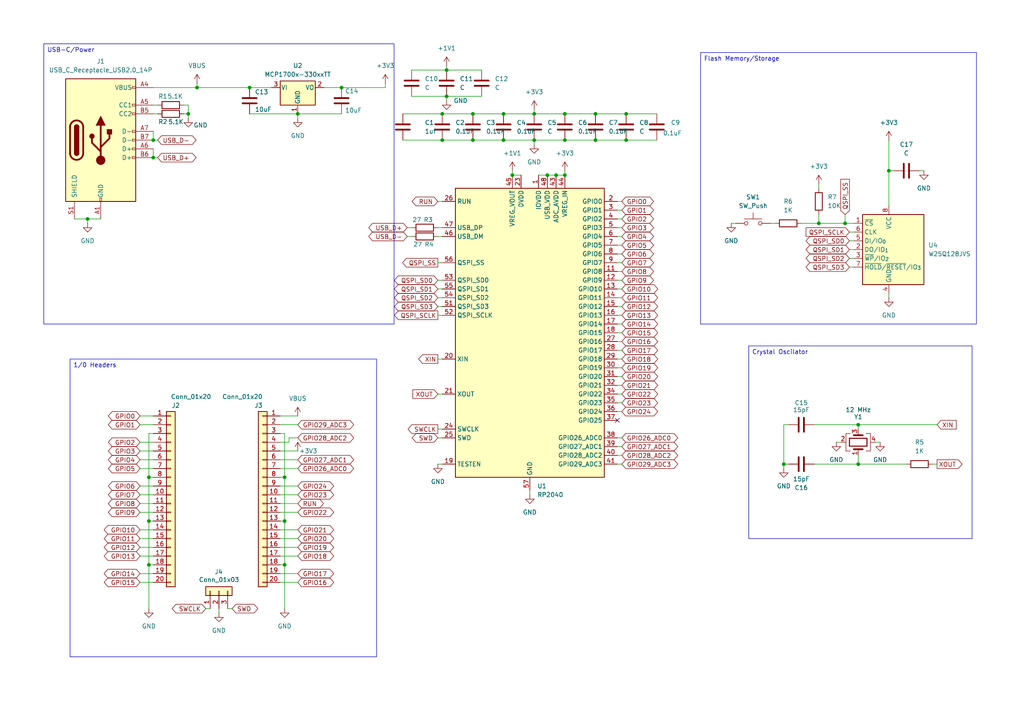
<source format=kicad_sch>
(kicad_sch (version 20250114) (generator "eeschema") (generator_version "9.0")
  (paper "A4")
  (lib_symbols
    (symbol "Connector:USB_C_Receptacle_USB2.0_14P" (pin_names (offset 1.016))
      (property "Reference" "J" (at 0 22.225 0))
      (property "Value" "USB_C_Receptacle_USB2.0_14P" (at 0 19.685 0))
      (symbol "USB_C_Receptacle_USB2.0_14P_1_1"
        (pin passive line (at -7.62 -22.86 90) (length 5.08) (name "SHIELD") (number "S1"))
        (pin passive line (at 0 -22.86 90) (length 5.08) (name "GND") (number "A1"))
        (pin passive line (at 0 -22.86 90) (length 5.08) (hide yes) (name "GND") (number "A12"))
        (pin passive line (at 0 -22.86 90) (length 5.08) (hide yes) (name "GND") (number "B1"))
        (pin passive line (at 0 -22.86 90) (length 5.08) (hide yes) (name "GND") (number "B12"))
        (pin passive line (at 15.24 15.24 180) (length 5.08) (name "VBUS") (number "A4"))
        (pin passive line (at 15.24 15.24 180) (length 5.08) (hide yes) (name "VBUS") (number "A9"))
        (pin passive line (at 15.24 15.24 180) (length 5.08) (hide yes) (name "VBUS") (number "B4"))
        (pin passive line (at 15.24 15.24 180) (length 5.08) (hide yes) (name "VBUS") (number "B9"))
        (pin bidirectional line (at 15.24 10.16 180) (length 5.08) (name "CC1") (number "A5"))
        (pin bidirectional line (at 15.24 7.62 180) (length 5.08) (name "CC2") (number "B5"))
        (pin bidirectional line (at 15.24 2.54 180) (length 5.08) (name "D-") (number "A7"))
        (pin bidirectional line (at 15.24 0 180) (length 5.08) (name "D-") (number "B7"))
        (pin bidirectional line (at 15.24 -2.54 180) (length 5.08) (name "D+") (number "A6"))
        (pin bidirectional line (at 15.24 -5.08 180) (length 5.08) (name "D+") (number "B6"))
      )
    )
    (symbol "Connector_Generic:Conn_01x03" (pin_names (offset 1.016) (hide yes))
      (property "Reference" "J" (at 0 5.08 0))
      (property "Value" "Conn_01x03" (at 0 -5.08 0))
      (symbol "Conn_01x03_1_1"
        (pin passive line (at -5.08 2.54 0) (length 3.81) (name "Pin_1") (number "1"))
        (pin passive line (at -5.08 0 0) (length 3.81) (name "Pin_2") (number "2"))
        (pin passive line (at -5.08 -2.54 0) (length 3.81) (name "Pin_3") (number "3"))
      )
    )
    (symbol "Connector_Generic:Conn_01x20" (pin_names (offset 1.016) (hide yes))
      (property "Reference" "J" (at 0 25.4 0))
      (property "Value" "Conn_01x20" (at 0 -27.94 0))
      (symbol "Conn_01x20_1_1"
        (pin passive line (at -5.08 22.86 0) (length 3.81) (name "Pin_1") (number "1"))
        (pin passive line (at -5.08 20.32 0) (length 3.81) (name "Pin_2") (number "2"))
        (pin passive line (at -5.08 17.78 0) (length 3.81) (name "Pin_3") (number "3"))
        (pin passive line (at -5.08 15.24 0) (length 3.81) (name "Pin_4") (number "4"))
        (pin passive line (at -5.08 12.7 0) (length 3.81) (name "Pin_5") (number "5"))
        (pin passive line (at -5.08 10.16 0) (length 3.81) (name "Pin_6") (number "6"))
        (pin passive line (at -5.08 7.62 0) (length 3.81) (name "Pin_7") (number "7"))
        (pin passive line (at -5.08 5.08 0) (length 3.81) (name "Pin_8") (number "8"))
        (pin passive line (at -5.08 2.54 0) (length 3.81) (name "Pin_9") (number "9"))
        (pin passive line (at -5.08 0 0) (length 3.81) (name "Pin_10") (number "10"))
        (pin passive line (at -5.08 -2.54 0) (length 3.81) (name "Pin_11") (number "11"))
        (pin passive line (at -5.08 -5.08 0) (length 3.81) (name "Pin_12") (number "12"))
        (pin passive line (at -5.08 -7.62 0) (length 3.81) (name "Pin_13") (number "13"))
        (pin passive line (at -5.08 -10.16 0) (length 3.81) (name "Pin_14") (number "14"))
        (pin passive line (at -5.08 -12.7 0) (length 3.81) (name "Pin_15") (number "15"))
        (pin passive line (at -5.08 -15.24 0) (length 3.81) (name "Pin_16") (number "16"))
        (pin passive line (at -5.08 -17.78 0) (length 3.81) (name "Pin_17") (number "17"))
        (pin passive line (at -5.08 -20.32 0) (length 3.81) (name "Pin_18") (number "18"))
        (pin passive line (at -5.08 -22.86 0) (length 3.81) (name "Pin_19") (number "19"))
        (pin passive line (at -5.08 -25.4 0) (length 3.81) (name "Pin_20") (number "20"))
      )
    )
    (symbol "Device:C" (pin_numbers (hide yes)) (pin_names (offset 0.254))
      (property "Reference" "C" (at 0.635 2.54 0))
      (property "Value" "C" (at 0.635 -2.54 0))
      (symbol "C_1_1"
        (pin passive line (at 0 3.81 270) (length 2.794) (name "~") (number "1"))
        (pin passive line (at 0 -3.81 90) (length 2.794) (name "~") (number "2"))
      )
    )
    (symbol "Device:Crystal_GND24" (pin_names (offset 1.016) (hide yes))
      (property "Reference" "Y" (at 3.175 5.08 0))
      (property "Value" "Crystal_GND24" (at 3.175 3.175 0))
      (symbol "Crystal_GND24_1_1"
        (pin passive line (at -3.81 0 0) (length 1.27) (name "1") (number "1"))
        (pin passive line (at 0 5.08 270) (length 1.27) (name "2") (number "2"))
        (pin passive line (at 0 -5.08 90) (length 1.27) (name "4") (number "4"))
        (pin passive line (at 3.81 0 180) (length 1.27) (name "3") (number "3"))
      )
    )
    (symbol "Device:R" (pin_numbers (hide yes)) (pin_names (offset 0))
      (property "Reference" "R" (at 2.032 0 90))
      (property "Value" "R" (at 0 0 90))
      (symbol "R_1_1"
        (pin passive line (at 0 3.81 270) (length 1.27) (name "~") (number "1"))
        (pin passive line (at 0 -3.81 90) (length 1.27) (name "~") (number "2"))
      )
    )
    (symbol "MCU_RaspberryPi:RP2040"
      (property "Reference" "U" (at 17.78 45.72 0))
      (property "Value" "RP2040" (at 17.78 43.18 0))
      (symbol "RP2040_1_1"
        (pin input line (at -25.4 38.1 0) (length 3.81) (name "RUN") (number "26"))
        (pin bidirectional line (at -25.4 30.48 0) (length 3.81) (name "USB_DP") (number "47"))
        (pin bidirectional line (at -25.4 27.94 0) (length 3.81) (name "USB_DM") (number "46"))
        (pin bidirectional line (at -25.4 20.32 0) (length 3.81) (name "QSPI_SS") (number "56"))
        (pin bidirectional line (at -25.4 15.24 0) (length 3.81) (name "QSPI_SD0") (number "53"))
        (pin bidirectional line (at -25.4 12.7 0) (length 3.81) (name "QSPI_SD1") (number "55"))
        (pin bidirectional line (at -25.4 10.16 0) (length 3.81) (name "QSPI_SD2") (number "54"))
        (pin bidirectional line (at -25.4 7.62 0) (length 3.81) (name "QSPI_SD3") (number "51"))
        (pin output line (at -25.4 5.08 0) (length 3.81) (name "QSPI_SCLK") (number "52"))
        (pin input line (at -25.4 -7.62 0) (length 3.81) (name "XIN") (number "20"))
        (pin passive line (at -25.4 -17.78 0) (length 3.81) (name "XOUT") (number "21"))
        (pin input line (at -25.4 -27.94 0) (length 3.81) (name "SWCLK") (number "24"))
        (pin bidirectional line (at -25.4 -30.48 0) (length 3.81) (name "SWD") (number "25"))
        (pin input line (at -25.4 -38.1 0) (length 3.81) (name "TESTEN") (number "19"))
        (pin power_out line (at -5.08 45.72 270) (length 3.81) (name "VREG_VOUT") (number "45"))
        (pin power_in line (at -2.54 45.72 270) (length 3.81) (name "DVDD") (number "23"))
        (pin passive line (at -2.54 45.72 270) (length 3.81) (hide yes) (name "DVDD") (number "50"))
        (pin power_in line (at 0 -45.72 90) (length 3.81) (name "GND") (number "57"))
        (pin power_in line (at 2.54 45.72 270) (length 3.81) (name "IOVDD") (number "1"))
        (pin passive line (at 2.54 45.72 270) (length 3.81) (hide yes) (name "IOVDD") (number "10"))
        (pin passive line (at 2.54 45.72 270) (length 3.81) (hide yes) (name "IOVDD") (number "22"))
        (pin passive line (at 2.54 45.72 270) (length 3.81) (hide yes) (name "IOVDD") (number "33"))
        (pin passive line (at 2.54 45.72 270) (length 3.81) (hide yes) (name "IOVDD") (number "42"))
        (pin passive line (at 2.54 45.72 270) (length 3.81) (hide yes) (name "IOVDD") (number "49"))
        (pin power_in line (at 5.08 45.72 270) (length 3.81) (name "USB_VDD") (number "48"))
        (pin power_in line (at 7.62 45.72 270) (length 3.81) (name "ADC_AVDD") (number "43"))
        (pin power_in line (at 10.16 45.72 270) (length 3.81) (name "VREG_IN") (number "44"))
        (pin bidirectional line (at 25.4 38.1 180) (length 3.81) (name "GPIO0") (number "2"))
        (pin bidirectional line (at 25.4 35.56 180) (length 3.81) (name "GPIO1") (number "3"))
        (pin bidirectional line (at 25.4 33.02 180) (length 3.81) (name "GPIO2") (number "4"))
        (pin bidirectional line (at 25.4 30.48 180) (length 3.81) (name "GPIO3") (number "5"))
        (pin bidirectional line (at 25.4 27.94 180) (length 3.81) (name "GPIO4") (number "6"))
        (pin bidirectional line (at 25.4 25.4 180) (length 3.81) (name "GPIO5") (number "7"))
        (pin bidirectional line (at 25.4 22.86 180) (length 3.81) (name "GPIO6") (number "8"))
        (pin bidirectional line (at 25.4 20.32 180) (length 3.81) (name "GPIO7") (number "9"))
        (pin bidirectional line (at 25.4 17.78 180) (length 3.81) (name "GPIO8") (number "11"))
        (pin bidirectional line (at 25.4 15.24 180) (length 3.81) (name "GPIO9") (number "12"))
        (pin bidirectional line (at 25.4 12.7 180) (length 3.81) (name "GPIO10") (number "13"))
        (pin bidirectional line (at 25.4 10.16 180) (length 3.81) (name "GPIO11") (number "14"))
        (pin bidirectional line (at 25.4 7.62 180) (length 3.81) (name "GPIO12") (number "15"))
        (pin bidirectional line (at 25.4 5.08 180) (length 3.81) (name "GPIO13") (number "16"))
        (pin bidirectional line (at 25.4 2.54 180) (length 3.81) (name "GPIO14") (number "17"))
        (pin bidirectional line (at 25.4 0 180) (length 3.81) (name "GPIO15") (number "18"))
        (pin bidirectional line (at 25.4 -2.54 180) (length 3.81) (name "GPIO16") (number "27"))
        (pin bidirectional line (at 25.4 -5.08 180) (length 3.81) (name "GPIO17") (number "28"))
        (pin bidirectional line (at 25.4 -7.62 180) (length 3.81) (name "GPIO18") (number "29"))
        (pin bidirectional line (at 25.4 -10.16 180) (length 3.81) (name "GPIO19") (number "30"))
        (pin bidirectional line (at 25.4 -12.7 180) (length 3.81) (name "GPIO20") (number "31"))
        (pin bidirectional line (at 25.4 -15.24 180) (length 3.81) (name "GPIO21") (number "32"))
        (pin bidirectional line (at 25.4 -17.78 180) (length 3.81) (name "GPIO22") (number "34"))
        (pin bidirectional line (at 25.4 -20.32 180) (length 3.81) (name "GPIO23") (number "35"))
        (pin bidirectional line (at 25.4 -22.86 180) (length 3.81) (name "GPIO24") (number "36"))
        (pin bidirectional line (at 25.4 -25.4 180) (length 3.81) (name "GPIO25") (number "37"))
        (pin bidirectional line (at 25.4 -30.48 180) (length 3.81) (name "GPIO26_ADC0") (number "38"))
        (pin bidirectional line (at 25.4 -33.02 180) (length 3.81) (name "GPIO27_ADC1") (number "39"))
        (pin bidirectional line (at 25.4 -35.56 180) (length 3.81) (name "GPIO28_ADC2") (number "40"))
        (pin bidirectional line (at 25.4 -38.1 180) (length 3.81) (name "GPIO29_ADC3") (number "41"))
      )
    )
    (symbol "Memory_Flash:W25Q128JVS"
      (property "Reference" "U" (at -6.35 11.43 0))
      (property "Value" "W25Q128JVS" (at 7.62 11.43 0))
      (symbol "W25Q128JVS_1_1"
        (pin input line (at -10.16 7.62 0) (length 2.54) (name "~{CS}") (number "1"))
        (pin input line (at -10.16 5.08 0) (length 2.54) (name "CLK") (number "6"))
        (pin bidirectional line (at -10.16 2.54 0) (length 2.54) (name "DI/IO_{0}") (number "5"))
        (pin bidirectional line (at -10.16 0 0) (length 2.54) (name "DO/IO_{1}") (number "2"))
        (pin bidirectional line (at -10.16 -2.54 0) (length 2.54) (name "~{WP}/IO_{2}") (number "3"))
        (pin bidirectional line (at -10.16 -5.08 0) (length 2.54) (name "~{HOLD}/~{RESET}/IO_{3}") (number "7"))
        (pin power_in line (at 0 12.7 270) (length 2.54) (name "VCC") (number "8"))
        (pin power_in line (at 0 -12.7 90) (length 2.54) (name "GND") (number "4"))
      )
    )
    (symbol "Regulator_Linear:MCP1700x-330xxTT" (pin_names (offset 0.254))
      (property "Reference" "U" (at -3.81 3.175 0))
      (property "Value" "MCP1700x-330xxTT" (at 0 3.175 0))
      (symbol "MCP1700x-330xxTT_1_1"
        (pin power_in line (at -7.62 0 0) (length 2.54) (name "VI") (number "3"))
        (pin power_in line (at 0 -7.62 90) (length 2.54) (name "GND") (number "1"))
        (pin power_out line (at 7.62 0 180) (length 2.54) (name "VO") (number "2"))
      )
    )
    (symbol "Switch:SW_Push" (pin_numbers (hide yes)) (pin_names (offset 1.016) (hide yes))
      (property "Reference" "SW" (at 1.27 2.54 0))
      (property "Value" "SW_Push" (at 0 -1.524 0))
      (symbol "SW_Push_0_1"
        (pin passive line (at -5.08 0 0) (length 2.54) (name "1") (number "1"))
        (pin passive line (at 5.08 0 180) (length 2.54) (name "2") (number "2"))
      )
    )
    (symbol "power:+1V1" (power) (pin_numbers (hide yes)) (pin_names (offset 0) (hide yes))
      (property "Value" "+1V1" (at 0 3.556 0))
      (symbol "+1V1_1_1"
        (pin power_in line (at 0 0 90) (length 0) (name "~") (number "1"))
      )
    )
    (symbol "power:+3V3" (power) (pin_numbers (hide yes)) (pin_names (offset 0) (hide yes))
      (property "Value" "+3V3" (at 0 3.556 0))
      (symbol "+3V3_1_1"
        (pin power_in line (at 0 0 90) (length 0) (name "~") (number "1"))
      )
    )
    (symbol "power:GND" (power) (pin_numbers (hide yes)) (pin_names (offset 0) (hide yes))
      (property "Value" "GND" (at 0 -3.81 0))
      (symbol "GND_1_1"
        (pin power_in line (at 0 0 270) (length 0) (name "~") (number "1"))
      )
    )
    (symbol "power:VBUS" (power) (pin_numbers (hide yes)) (pin_names (offset 0) (hide yes))
      (property "Value" "VBUS" (at 0 3.556 0))
      (symbol "VBUS_1_1"
        (pin power_in line (at 0 0 90) (length 0) (name "~") (number "1"))
      )
    )
  )
  (text_box "1/0 Headers" (at 20.32 104.14 0) (size 88.9 86.36) (margins 0.9525 0.9525 0.9525 0.9525) (effects (font (size 1.27 1.27)) (justify left top)))
  (text_box "USB-C/Power" (at 12.7 12.7 0) (size 101.6 81.28) (margins 0.9525 0.9525 0.9525 0.9525) (effects (font (size 1.27 1.27)) (justify left top)))
  (text_box "Crystal Oscilator" (at 217.17 100.33 0) (size 64.77 55.88) (margins 0.9525 0.9525 0.9525 0.9525) (effects (font (size 1.27 1.27)) (justify left top)))
  (text_box "Flash Memory/Storage" (at 203.2 15.24 0) (size 80.01 78.74) (margins 0.9525 0.9525 0.9525 0.9525) (effects (font (size 1.27 1.27)) (justify left top)))
  (junction (at 54.61 33.02))
  (junction (at 181.61 33.02))
  (junction (at 57.15 25.4))
  (junction (at 257.81 49.53))
  (junction (at 44.45 45.72))
  (junction (at 99.06 25.4))
  (junction (at 163.83 33.02))
  (junction (at 43.18 138.43))
  (junction (at 44.45 40.64))
  (junction (at 82.55 138.43))
  (junction (at 137.16 33.02))
  (junction (at 129.54 27.94))
  (junction (at 172.72 33.02))
  (junction (at 82.55 163.83))
  (junction (at 129.54 20.32))
  (junction (at 172.72 40.64))
  (junction (at 245.11 64.77))
  (junction (at 154.94 40.64))
  (junction (at 43.18 151.13))
  (junction (at 163.83 40.64))
  (junction (at 25.4 63.5))
  (junction (at 146.05 40.64))
  (junction (at 181.61 40.64))
  (junction (at 86.36 33.02))
  (junction (at 248.92 134.62))
  (junction (at 146.05 33.02))
  (junction (at 82.55 151.13))
  (junction (at 161.29 50.8))
  (junction (at 154.94 33.02))
  (junction (at 248.92 123.19))
  (junction (at 148.59 50.8))
  (junction (at 128.27 33.02))
  (junction (at 237.49 64.77))
  (junction (at 158.75 50.8))
  (junction (at 128.27 40.64))
  (junction (at 137.16 40.64))
  (junction (at 43.18 163.83))
  (junction (at 72.39 25.4))
  (junction (at 227.33 134.62))
  (junction (at 163.83 50.8))
  (no_connect (at 179.07 121.92))
  (wire (pts (xy 40.64 153.67) (xy 44.45 153.67)))
  (wire (pts (xy 148.59 49.53) (xy 148.59 50.8)))
  (wire (pts (xy 116.84 33.02) (xy 128.27 33.02)))
  (wire (pts (xy 99.06 25.4) (xy 111.76 25.4)))
  (wire (pts (xy 237.49 53.34) (xy 237.49 54.61)))
  (wire (pts (xy 270.51 134.62) (xy 271.78 134.62)))
  (wire (pts (xy 237.49 64.77) (xy 245.11 64.77)))
  (wire (pts (xy 66.04 176.53) (xy 67.31 176.53)))
  (wire (pts (xy 246.38 69.85) (xy 247.65 69.85)))
  (wire (pts (xy 44.45 40.64) (xy 45.72 40.64)))
  (wire (pts (xy 43.18 151.13) (xy 44.45 151.13)))
  (wire (pts (xy 179.07 83.82) (xy 180.34 83.82)))
  (wire (pts (xy 181.61 40.64) (xy 190.5 40.64)))
  (wire (pts (xy 179.07 114.3) (xy 180.34 114.3)))
  (wire (pts (xy 127 88.9) (xy 128.27 88.9)))
  (wire (pts (xy 82.55 151.13) (xy 82.55 138.43)))
  (wire (pts (xy 40.64 120.65) (xy 44.45 120.65)))
  (wire (pts (xy 179.07 60.96) (xy 180.34 60.96)))
  (wire (pts (xy 246.38 77.47) (xy 247.65 77.47)))
  (wire (pts (xy 83.82 127) (xy 86.36 127)))
  (wire (pts (xy 81.28 128.27) (xy 83.82 128.27)))
  (wire (pts (xy 81.28 156.21) (xy 86.36 156.21)))
  (wire (pts (xy 179.07 73.66) (xy 180.34 73.66)))
  (wire (pts (xy 246.38 74.93) (xy 247.65 74.93)))
  (wire (pts (xy 129.54 19.05) (xy 129.54 20.32)))
  (wire (pts (xy 40.64 128.27) (xy 44.45 128.27)))
  (wire (pts (xy 248.92 134.62) (xy 262.89 134.62)))
  (wire (pts (xy 146.05 40.64) (xy 154.94 40.64)))
  (wire (pts (xy 43.18 163.83) (xy 43.18 151.13)))
  (wire (pts (xy 179.07 86.36) (xy 180.34 86.36)))
  (wire (pts (xy 128.27 40.64) (xy 137.16 40.64)))
  (wire (pts (xy 179.07 101.6) (xy 180.34 101.6)))
  (wire (pts (xy 248.92 123.19) (xy 271.78 123.19)))
  (wire (pts (xy 44.45 38.1) (xy 44.45 40.64)))
  (wire (pts (xy 40.64 140.97) (xy 44.45 140.97)))
  (wire (pts (xy 43.18 125.73) (xy 44.45 125.73)))
  (wire (pts (xy 179.07 119.38) (xy 180.34 119.38)))
  (wire (pts (xy 57.15 25.4) (xy 72.39 25.4)))
  (wire (pts (xy 81.28 138.43) (xy 82.55 138.43)))
  (wire (pts (xy 127 91.44) (xy 128.27 91.44)))
  (wire (pts (xy 81.28 163.83) (xy 82.55 163.83)))
  (wire (pts (xy 40.64 146.05) (xy 44.45 146.05)))
  (wire (pts (xy 154.94 31.75) (xy 154.94 33.02)))
  (wire (pts (xy 81.28 140.97) (xy 86.36 140.97)))
  (wire (pts (xy 81.28 143.51) (xy 86.36 143.51)))
  (wire (pts (xy 43.18 163.83) (xy 44.45 163.83)))
  (wire (pts (xy 44.45 30.48) (xy 45.72 30.48)))
  (wire (pts (xy 127 86.36) (xy 128.27 86.36)))
  (wire (pts (xy 40.64 148.59) (xy 44.45 148.59)))
  (wire (pts (xy 72.39 33.02) (xy 86.36 33.02)))
  (wire (pts (xy 40.64 133.35) (xy 44.45 133.35)))
  (wire (pts (xy 43.18 176.53) (xy 43.18 163.83)))
  (wire (pts (xy 153.67 142.24) (xy 153.67 143.51)))
  (wire (pts (xy 179.07 88.9) (xy 180.34 88.9)))
  (wire (pts (xy 227.33 123.19) (xy 227.33 134.62)))
  (wire (pts (xy 257.81 40.64) (xy 257.81 49.53)))
  (wire (pts (xy 179.07 104.14) (xy 180.34 104.14)))
  (wire (pts (xy 179.07 93.98) (xy 180.34 93.98)))
  (wire (pts (xy 59.69 176.53) (xy 60.96 176.53)))
  (wire (pts (xy 161.29 50.8) (xy 163.83 50.8)))
  (wire (pts (xy 81.28 120.65) (xy 86.36 120.65)))
  (wire (pts (xy 246.38 67.31) (xy 247.65 67.31)))
  (wire (pts (xy 227.33 134.62) (xy 227.33 135.89)))
  (wire (pts (xy 54.61 30.48) (xy 53.34 30.48)))
  (wire (pts (xy 179.07 116.84) (xy 180.34 116.84)))
  (wire (pts (xy 242.57 128.27) (xy 243.84 128.27)))
  (wire (pts (xy 53.34 33.02) (xy 54.61 33.02)))
  (wire (pts (xy 63.5 176.53) (xy 63.5 177.8)))
  (wire (pts (xy 81.28 133.35) (xy 86.36 133.35)))
  (wire (pts (xy 44.45 45.72) (xy 45.72 45.72)))
  (wire (pts (xy 212.09 64.77) (xy 213.36 64.77)))
  (wire (pts (xy 179.07 111.76) (xy 180.34 111.76)))
  (wire (pts (xy 81.28 151.13) (xy 82.55 151.13)))
  (wire (pts (xy 179.07 76.2) (xy 180.34 76.2)))
  (wire (pts (xy 154.94 40.64) (xy 163.83 40.64)))
  (wire (pts (xy 127 124.46) (xy 128.27 124.46)))
  (wire (pts (xy 40.64 135.89) (xy 44.45 135.89)))
  (wire (pts (xy 248.92 132.08) (xy 248.92 134.62)))
  (wire (pts (xy 40.64 158.75) (xy 44.45 158.75)))
  (wire (pts (xy 81.28 158.75) (xy 86.36 158.75)))
  (wire (pts (xy 127 114.3) (xy 128.27 114.3)))
  (wire (pts (xy 43.18 138.43) (xy 44.45 138.43)))
  (wire (pts (xy 266.7 49.53) (xy 267.97 49.53)))
  (wire (pts (xy 127 68.58) (xy 128.27 68.58)))
  (wire (pts (xy 81.28 135.89) (xy 86.36 135.89)))
  (wire (pts (xy 179.07 68.58) (xy 180.34 68.58)))
  (wire (pts (xy 179.07 129.54) (xy 180.34 129.54)))
  (wire (pts (xy 40.64 161.29) (xy 44.45 161.29)))
  (wire (pts (xy 127 81.28) (xy 128.27 81.28)))
  (wire (pts (xy 127 134.62) (xy 128.27 134.62)))
  (wire (pts (xy 129.54 27.94) (xy 129.54 29.21)))
  (wire (pts (xy 21.59 63.5) (xy 25.4 63.5)))
  (wire (pts (xy 81.28 161.29) (xy 86.36 161.29)))
  (wire (pts (xy 83.82 127) (xy 83.82 128.27)))
  (wire (pts (xy 119.38 20.32) (xy 129.54 20.32)))
  (wire (pts (xy 148.59 50.8) (xy 151.13 50.8)))
  (wire (pts (xy 40.64 143.51) (xy 44.45 143.51)))
  (wire (pts (xy 118.11 68.58) (xy 119.38 68.58)))
  (wire (pts (xy 81.28 146.05) (xy 86.36 146.05)))
  (wire (pts (xy 81.28 148.59) (xy 86.36 148.59)))
  (wire (pts (xy 40.64 123.19) (xy 44.45 123.19)))
  (wire (pts (xy 44.45 25.4) (xy 57.15 25.4)))
  (wire (pts (xy 43.18 151.13) (xy 43.18 138.43)))
  (wire (pts (xy 40.64 166.37) (xy 44.45 166.37)))
  (wire (pts (xy 156.21 50.8) (xy 158.75 50.8)))
  (wire (pts (xy 81.28 168.91) (xy 86.36 168.91)))
  (wire (pts (xy 227.33 134.62) (xy 228.6 134.62)))
  (wire (pts (xy 254 128.27) (xy 255.27 128.27)))
  (wire (pts (xy 232.41 64.77) (xy 237.49 64.77)))
  (wire (pts (xy 72.39 25.4) (xy 78.74 25.4)))
  (wire (pts (xy 137.16 40.64) (xy 146.05 40.64)))
  (wire (pts (xy 127 127) (xy 128.27 127)))
  (wire (pts (xy 236.22 123.19) (xy 248.92 123.19)))
  (wire (pts (xy 236.22 134.62) (xy 248.92 134.62)))
  (wire (pts (xy 57.15 24.13) (xy 57.15 25.4)))
  (wire (pts (xy 111.76 24.13) (xy 111.76 25.4)))
  (wire (pts (xy 43.18 138.43) (xy 43.18 125.73)))
  (wire (pts (xy 158.75 50.8) (xy 161.29 50.8)))
  (wire (pts (xy 179.07 132.08) (xy 180.34 132.08)))
  (wire (pts (xy 163.83 49.53) (xy 163.83 50.8)))
  (wire (pts (xy 245.11 62.23) (xy 245.11 64.77)))
  (wire (pts (xy 54.61 30.48) (xy 54.61 33.02)))
  (wire (pts (xy 44.45 43.18) (xy 44.45 45.72)))
  (wire (pts (xy 44.45 33.02) (xy 45.72 33.02)))
  (wire (pts (xy 181.61 33.02) (xy 190.5 33.02)))
  (wire (pts (xy 179.07 81.28) (xy 180.34 81.28)))
  (wire (pts (xy 82.55 176.53) (xy 82.55 163.83)))
  (wire (pts (xy 81.28 130.81) (xy 86.36 130.81)))
  (wire (pts (xy 93.98 25.4) (xy 99.06 25.4)))
  (wire (pts (xy 163.83 40.64) (xy 172.72 40.64)))
  (wire (pts (xy 127 76.2) (xy 128.27 76.2)))
  (wire (pts (xy 127 83.82) (xy 128.27 83.82)))
  (wire (pts (xy 40.64 156.21) (xy 44.45 156.21)))
  (wire (pts (xy 257.81 85.09) (xy 257.81 86.36)))
  (wire (pts (xy 82.55 125.73) (xy 81.28 125.73)))
  (wire (pts (xy 179.07 78.74) (xy 180.34 78.74)))
  (wire (pts (xy 257.81 49.53) (xy 257.81 59.69)))
  (wire (pts (xy 129.54 20.32) (xy 139.7 20.32)))
  (wire (pts (xy 128.27 33.02) (xy 137.16 33.02)))
  (wire (pts (xy 179.07 66.04) (xy 180.34 66.04)))
  (wire (pts (xy 40.64 130.81) (xy 44.45 130.81)))
  (wire (pts (xy 179.07 71.12) (xy 180.34 71.12)))
  (wire (pts (xy 179.07 127) (xy 180.34 127)))
  (wire (pts (xy 40.64 168.91) (xy 44.45 168.91)))
  (wire (pts (xy 246.38 72.39) (xy 247.65 72.39)))
  (wire (pts (xy 54.61 34.29) (xy 54.61 33.02)))
  (wire (pts (xy 81.28 153.67) (xy 86.36 153.67)))
  (wire (pts (xy 172.72 40.64) (xy 181.61 40.64)))
  (wire (pts (xy 179.07 91.44) (xy 180.34 91.44)))
  (wire (pts (xy 154.94 40.64) (xy 154.94 41.91)))
  (wire (pts (xy 81.28 166.37) (xy 86.36 166.37)))
  (wire (pts (xy 223.52 64.77) (xy 224.79 64.77)))
  (wire (pts (xy 25.4 63.5) (xy 29.21 63.5)))
  (wire (pts (xy 163.83 33.02) (xy 172.72 33.02)))
  (wire (pts (xy 259.08 49.53) (xy 257.81 49.53)))
  (wire (pts (xy 137.16 33.02) (xy 146.05 33.02)))
  (wire (pts (xy 25.4 63.5) (xy 25.4 64.77)))
  (wire (pts (xy 81.28 123.19) (xy 86.36 123.19)))
  (wire (pts (xy 172.72 33.02) (xy 181.61 33.02)))
  (wire (pts (xy 245.11 64.77) (xy 247.65 64.77)))
  (wire (pts (xy 146.05 33.02) (xy 154.94 33.02)))
  (wire (pts (xy 116.84 40.64) (xy 128.27 40.64)))
  (wire (pts (xy 127 58.42) (xy 128.27 58.42)))
  (wire (pts (xy 82.55 138.43) (xy 82.55 125.73)))
  (wire (pts (xy 179.07 96.52) (xy 180.34 96.52)))
  (wire (pts (xy 118.11 66.04) (xy 119.38 66.04)))
  (wire (pts (xy 179.07 134.62) (xy 180.34 134.62)))
  (wire (pts (xy 82.55 163.83) (xy 82.55 151.13)))
  (wire (pts (xy 86.36 33.02) (xy 86.36 34.29)))
  (wire (pts (xy 179.07 106.68) (xy 180.34 106.68)))
  (wire (pts (xy 179.07 99.06) (xy 180.34 99.06)))
  (wire (pts (xy 129.54 27.94) (xy 139.7 27.94)))
  (wire (pts (xy 154.94 33.02) (xy 163.83 33.02)))
  (wire (pts (xy 127 104.14) (xy 128.27 104.14)))
  (wire (pts (xy 248.92 123.19) (xy 248.92 124.46)))
  (wire (pts (xy 179.07 63.5) (xy 180.34 63.5)))
  (wire (pts (xy 237.49 64.77) (xy 237.49 62.23)))
  (wire (pts (xy 86.36 33.02) (xy 99.06 33.02)))
  (wire (pts (xy 127 66.04) (xy 128.27 66.04)))
  (wire (pts (xy 179.07 109.22) (xy 180.34 109.22)))
  (wire (pts (xy 119.38 27.94) (xy 129.54 27.94)))
  (wire (pts (xy 228.6 123.19) (xy 227.33 123.19)))
  (wire (pts (xy 179.07 58.42) (xy 180.34 58.42)))
  (global_label "GPIO15" (shape bidirectional) (at 180.34 96.52 0) (property "Intersheetrefs" "${INTERSHEET_REFS}" (effects (hide yes))))
  (global_label "GPIO23" (shape bidirectional) (at 180.34 116.84 0) (property "Intersheetrefs" "${INTERSHEET_REFS}" (effects (hide yes))))
  (global_label "GPIO24" (shape bidirectional) (at 86.36 140.97 0) (property "Intersheetrefs" "${INTERSHEET_REFS}" (effects (hide yes))))
  (global_label "GPIO28_ADC2" (shape bidirectional) (at 180.34 132.08 0) (property "Intersheetrefs" "${INTERSHEET_REFS}" (effects (hide yes))))
  (global_label "XOUT" (shape output) (at 271.78 134.62 0) (property "Intersheetrefs" "${INTERSHEET_REFS}" (effects (hide yes))))
  (global_label "RUN" (shape bidirectional) (at 86.36 146.05 0) (property "Intersheetrefs" "${INTERSHEET_REFS}" (effects (hide yes))))
  (global_label "QSPI_SD1" (shape bidirectional) (at 246.38 72.39 180) (property "Intersheetrefs" "${INTERSHEET_REFS}" (effects (hide yes))))
  (global_label "QSPI_SCLK" (shape input) (at 246.38 67.31 180) (property "Intersheetrefs" "${INTERSHEET_REFS}" (effects (hide yes))))
  (global_label "USB_D+" (shape bidirectional) (at 45.72 45.72 0) (property "Intersheetrefs" "${INTERSHEET_REFS}" (effects (hide yes))))
  (global_label "GPIO23" (shape bidirectional) (at 86.36 143.51 0) (property "Intersheetrefs" "${INTERSHEET_REFS}" (effects (hide yes))))
  (global_label "GPIO19" (shape bidirectional) (at 86.36 158.75 0) (property "Intersheetrefs" "${INTERSHEET_REFS}" (effects (hide yes))))
  (global_label "GPIO18" (shape bidirectional) (at 180.34 104.14 0) (property "Intersheetrefs" "${INTERSHEET_REFS}" (effects (hide yes))))
  (global_label "GPIO11" (shape bidirectional) (at 40.64 156.21 180) (property "Intersheetrefs" "${INTERSHEET_REFS}" (effects (hide yes))))
  (global_label "XIN" (shape input) (at 271.78 123.19 0) (property "Intersheetrefs" "${INTERSHEET_REFS}" (effects (hide yes))))
  (global_label "GPIO14" (shape bidirectional) (at 180.34 93.98 0) (property "Intersheetrefs" "${INTERSHEET_REFS}" (effects (hide yes))))
  (global_label "GPIO26_ADC0" (shape bidirectional) (at 86.36 135.89 0) (property "Intersheetrefs" "${INTERSHEET_REFS}" (effects (hide yes))))
  (global_label "GPIO8" (shape bidirectional) (at 180.34 78.74 0) (property "Intersheetrefs" "${INTERSHEET_REFS}" (effects (hide yes))))
  (global_label "SWD" (shape bidirectional) (at 67.31 176.53 0) (property "Intersheetrefs" "${INTERSHEET_REFS}" (effects (hide yes))))
  (global_label "USB_D-" (shape bidirectional) (at 45.72 40.64 0) (property "Intersheetrefs" "${INTERSHEET_REFS}" (effects (hide yes))))
  (global_label "GPIO3" (shape bidirectional) (at 180.34 66.04 0) (property "Intersheetrefs" "${INTERSHEET_REFS}" (effects (hide yes))))
  (global_label "GPIO9" (shape bidirectional) (at 40.64 148.59 180) (property "Intersheetrefs" "${INTERSHEET_REFS}" (effects (hide yes))))
  (global_label "QSPI_SD0" (shape bidirectional) (at 246.38 69.85 180) (property "Intersheetrefs" "${INTERSHEET_REFS}" (effects (hide yes))))
  (global_label "GPIO20" (shape bidirectional) (at 86.36 156.21 0) (property "Intersheetrefs" "${INTERSHEET_REFS}" (effects (hide yes))))
  (global_label "GPIO14" (shape bidirectional) (at 40.64 166.37 180) (property "Intersheetrefs" "${INTERSHEET_REFS}" (effects (hide yes))))
  (global_label "GPIO2" (shape bidirectional) (at 180.34 63.5 0) (property "Intersheetrefs" "${INTERSHEET_REFS}" (effects (hide yes))))
  (global_label "GPIO9" (shape bidirectional) (at 180.34 81.28 0) (property "Intersheetrefs" "${INTERSHEET_REFS}" (effects (hide yes))))
  (global_label "SWCLK" (shape output) (at 127 124.46 180) (property "Intersheetrefs" "${INTERSHEET_REFS}" (effects (hide yes))))
  (global_label "QSPI_SD1" (shape bidirectional) (at 127 83.82 180) (property "Intersheetrefs" "${INTERSHEET_REFS}" (effects (hide yes))))
  (global_label "SWCLK" (shape bidirectional) (at 59.69 176.53 180) (property "Intersheetrefs" "${INTERSHEET_REFS}" (effects (hide yes))))
  (global_label "GPIO21" (shape bidirectional) (at 86.36 153.67 0) (property "Intersheetrefs" "${INTERSHEET_REFS}" (effects (hide yes))))
  (global_label "USB_D+" (shape bidirectional) (at 118.11 66.04 180) (property "Intersheetrefs" "${INTERSHEET_REFS}" (effects (hide yes))))
  (global_label "GPIO15" (shape bidirectional) (at 40.64 168.91 180) (property "Intersheetrefs" "${INTERSHEET_REFS}" (effects (hide yes))))
  (global_label "GPIO20" (shape bidirectional) (at 180.34 109.22 0) (property "Intersheetrefs" "${INTERSHEET_REFS}" (effects (hide yes))))
  (global_label "GPIO24" (shape bidirectional) (at 180.34 119.38 0) (property "Intersheetrefs" "${INTERSHEET_REFS}" (effects (hide yes))))
  (global_label "GPIO27_ADC1" (shape bidirectional) (at 180.34 129.54 0) (property "Intersheetrefs" "${INTERSHEET_REFS}" (effects (hide yes))))
  (global_label "RUN" (shape bidirectional) (at 127 58.42 180) (property "Intersheetrefs" "${INTERSHEET_REFS}" (effects (hide yes))))
  (global_label "GPIO1" (shape bidirectional) (at 40.64 123.19 180) (property "Intersheetrefs" "${INTERSHEET_REFS}" (effects (hide yes))))
  (global_label "USB_D-" (shape bidirectional) (at 118.11 68.58 180) (property "Intersheetrefs" "${INTERSHEET_REFS}" (effects (hide yes))))
  (global_label "GPIO22" (shape bidirectional) (at 180.34 114.3 0) (property "Intersheetrefs" "${INTERSHEET_REFS}" (effects (hide yes))))
  (global_label "GPIO29_ADC3" (shape bidirectional) (at 86.36 123.19 0) (property "Intersheetrefs" "${INTERSHEET_REFS}" (effects (hide yes))))
  (global_label "GPIO28_ADC2" (shape bidirectional) (at 86.36 127 0) (property "Intersheetrefs" "${INTERSHEET_REFS}" (effects (hide yes))))
  (global_label "GPIO10" (shape bidirectional) (at 40.64 153.67 180) (property "Intersheetrefs" "${INTERSHEET_REFS}" (effects (hide yes))))
  (global_label "QSPI_SD2" (shape bidirectional) (at 246.38 74.93 180) (property "Intersheetrefs" "${INTERSHEET_REFS}" (effects (hide yes))))
  (global_label "GPIO0" (shape bidirectional) (at 180.34 58.42 0) (property "Intersheetrefs" "${INTERSHEET_REFS}" (effects (hide yes))))
  (global_label "QSPI_SS" (shape input) (at 245.11 62.23 90) (property "Intersheetrefs" "${INTERSHEET_REFS}" (effects (hide yes))))
  (global_label "GPIO13" (shape bidirectional) (at 180.34 91.44 0) (property "Intersheetrefs" "${INTERSHEET_REFS}" (effects (hide yes))))
  (global_label "GPIO29_ADC3" (shape bidirectional) (at 180.34 134.62 0) (property "Intersheetrefs" "${INTERSHEET_REFS}" (effects (hide yes))))
  (global_label "GPIO11" (shape bidirectional) (at 180.34 86.36 0) (property "Intersheetrefs" "${INTERSHEET_REFS}" (effects (hide yes))))
  (global_label "GPIO13" (shape bidirectional) (at 40.64 161.29 180) (property "Intersheetrefs" "${INTERSHEET_REFS}" (effects (hide yes))))
  (global_label "GPIO5" (shape bidirectional) (at 40.64 135.89 180) (property "Intersheetrefs" "${INTERSHEET_REFS}" (effects (hide yes))))
  (global_label "GPIO22" (shape bidirectional) (at 86.36 148.59 0) (property "Intersheetrefs" "${INTERSHEET_REFS}" (effects (hide yes))))
  (global_label "GPIO0" (shape bidirectional) (at 40.64 120.65 180) (property "Intersheetrefs" "${INTERSHEET_REFS}" (effects (hide yes))))
  (global_label "GPIO12" (shape bidirectional) (at 180.34 88.9 0) (property "Intersheetrefs" "${INTERSHEET_REFS}" (effects (hide yes))))
  (global_label "XOUT" (shape input) (at 127 114.3 180) (property "Intersheetrefs" "${INTERSHEET_REFS}" (effects (hide yes))))
  (global_label "GPIO12" (shape bidirectional) (at 40.64 158.75 180) (property "Intersheetrefs" "${INTERSHEET_REFS}" (effects (hide yes))))
  (global_label "QSPI_SD2" (shape bidirectional) (at 127 86.36 180) (property "Intersheetrefs" "${INTERSHEET_REFS}" (effects (hide yes))))
  (global_label "QSPI_SD0" (shape bidirectional) (at 127 81.28 180) (property "Intersheetrefs" "${INTERSHEET_REFS}" (effects (hide yes))))
  (global_label "GPIO7" (shape bidirectional) (at 40.64 143.51 180) (property "Intersheetrefs" "${INTERSHEET_REFS}" (effects (hide yes))))
  (global_label "GPIO16" (shape bidirectional) (at 180.34 99.06 0) (property "Intersheetrefs" "${INTERSHEET_REFS}" (effects (hide yes))))
  (global_label "GPIO16" (shape bidirectional) (at 86.36 168.91 0) (property "Intersheetrefs" "${INTERSHEET_REFS}" (effects (hide yes))))
  (global_label "GPIO3" (shape bidirectional) (at 40.64 130.81 180) (property "Intersheetrefs" "${INTERSHEET_REFS}" (effects (hide yes))))
  (global_label "QSPI_SCLK" (shape output) (at 127 91.44 180) (property "Intersheetrefs" "${INTERSHEET_REFS}" (effects (hide yes))))
  (global_label "GPIO6" (shape bidirectional) (at 180.34 73.66 0) (property "Intersheetrefs" "${INTERSHEET_REFS}" (effects (hide yes))))
  (global_label "SWD" (shape bidirectional) (at 127 127 180) (property "Intersheetrefs" "${INTERSHEET_REFS}" (effects (hide yes))))
  (global_label "GPIO19" (shape bidirectional) (at 180.34 106.68 0) (property "Intersheetrefs" "${INTERSHEET_REFS}" (effects (hide yes))))
  (global_label "QSPI_SS" (shape output) (at 127 76.2 180) (property "Intersheetrefs" "${INTERSHEET_REFS}" (effects (hide yes))))
  (global_label "GPIO7" (shape bidirectional) (at 180.34 76.2 0) (property "Intersheetrefs" "${INTERSHEET_REFS}" (effects (hide yes))))
  (global_label "GPIO17" (shape bidirectional) (at 86.36 166.37 0) (property "Intersheetrefs" "${INTERSHEET_REFS}" (effects (hide yes))))
  (global_label "GPIO4" (shape bidirectional) (at 40.64 133.35 180) (property "Intersheetrefs" "${INTERSHEET_REFS}" (effects (hide yes))))
  (global_label "XIN" (shape output) (at 127 104.14 180) (property "Intersheetrefs" "${INTERSHEET_REFS}" (effects (hide yes))))
  (global_label "GPIO18" (shape bidirectional) (at 86.36 161.29 0) (property "Intersheetrefs" "${INTERSHEET_REFS}" (effects (hide yes))))
  (global_label "GPIO10" (shape bidirectional) (at 180.34 83.82 0) (property "Intersheetrefs" "${INTERSHEET_REFS}" (effects (hide yes))))
  (global_label "GPIO2" (shape bidirectional) (at 40.64 128.27 180) (property "Intersheetrefs" "${INTERSHEET_REFS}" (effects (hide yes))))
  (global_label "GPIO4" (shape bidirectional) (at 180.34 68.58 0) (property "Intersheetrefs" "${INTERSHEET_REFS}" (effects (hide yes))))
  (global_label "GPIO27_ADC1" (shape bidirectional) (at 86.36 133.35 0) (property "Intersheetrefs" "${INTERSHEET_REFS}" (effects (hide yes))))
  (global_label "GPIO8" (shape bidirectional) (at 40.64 146.05 180) (property "Intersheetrefs" "${INTERSHEET_REFS}" (effects (hide yes))))
  (global_label "GPIO5" (shape bidirectional) (at 180.34 71.12 0) (property "Intersheetrefs" "${INTERSHEET_REFS}" (effects (hide yes))))
  (global_label "GPIO26_ADC0" (shape bidirectional) (at 180.34 127 0) (property "Intersheetrefs" "${INTERSHEET_REFS}" (effects (hide yes))))
  (global_label "GPIO1" (shape bidirectional) (at 180.34 60.96 0) (property "Intersheetrefs" "${INTERSHEET_REFS}" (effects (hide yes))))
  (global_label "GPIO6" (shape bidirectional) (at 40.64 140.97 180) (property "Intersheetrefs" "${INTERSHEET_REFS}" (effects (hide yes))))
  (global_label "GPIO21" (shape bidirectional) (at 180.34 111.76 0) (property "Intersheetrefs" "${INTERSHEET_REFS}" (effects (hide yes))))
  (global_label "QSPI_SD3" (shape bidirectional) (at 246.38 77.47 180) (property "Intersheetrefs" "${INTERSHEET_REFS}" (effects (hide yes))))
  (global_label "GPIO17" (shape bidirectional) (at 180.34 101.6 0) (property "Intersheetrefs" "${INTERSHEET_REFS}" (effects (hide yes))))
  (global_label "QSPI_SD3" (shape bidirectional) (at 127 88.9 180) (property "Intersheetrefs" "${INTERSHEET_REFS}" (effects (hide yes))))
  (symbol (lib_id "Memory_Flash:W25Q128JVS") (at 257.81 72.39 0) (unit 1)
    (property "Reference" "U4" (at 269.24 71.1199 0) (effects (justify left)))
    (property "Value" "W25Q128JVS" (at 269.24 73.6599 0) (effects (justify left)))
    (property "Footprint" "Package_SON:Winbond_USON-8-1EP_3x2mm_P0.5mm_EP0.2x1.6mm" (effects (hide yes)))
    (property "Datasheet" "https://www.winbond.com/resource-files/w25q128jv_dtr%20revc%2003272018%20plus.pdf" (effects (hide yes)))
    (property "Description" "128Mbit / 16MiB Serial Flash Memory, Standard/Dual/Quad SPI, 2.7-3.6V, SOIC-8" (effects (hide yes)))
  )
  (symbol (lib_id "power:GND") (at 43.18 176.53 0) (unit 1)
    (property "Reference" "#PWR021" (effects (hide yes)))
    (property "Value" "GND" (at 43.18 181.61 0))
    (property "Description" "Power symbol creates a global label with name \"GND\" , ground" (effects (hide yes)))
  )
  (symbol (lib_id "power:GND") (at 25.4 64.77 0) (unit 1)
    (property "Reference" "#PWR08" (effects (hide yes)))
    (property "Value" "GND" (at 25.4 69.85 0))
    (property "Description" "Power symbol creates a global label with name \"GND\" , ground" (effects (hide yes)))
  )
  (symbol (lib_id "Device:C") (at 72.39 29.21 0) (unit 1)
    (property "Reference" "C13" (at 73.914 26.67 0) (effects (justify left)))
    (property "Value" "10uF" (at 73.914 31.75 0) (effects (justify left)))
    (property "Footprint" "Capacitor_SMD:C_0603_1608Metric" (effects (hide yes)))
    (property "Description" "Unpolarized capacitor" (effects (hide yes)))
  )
  (symbol (lib_id "MCU_RaspberryPi:RP2040") (at 153.67 96.52 0) (unit 1)
    (property "Reference" "U1" (at 155.8133 140.97 0) (effects (justify left)))
    (property "Value" "RP2040" (at 155.8133 143.51 0) (effects (justify left)))
    (property "Footprint" "Package_DFN_QFN:QFN-56-1EP_7x7mm_P0.4mm_EP3.2x3.2mm" (effects (hide yes)))
    (property "Datasheet" "https://datasheets.raspberrypi.com/rp2040/rp2040-datasheet.pdf" (effects (hide yes)))
    (property "Description" "A microcontroller by Raspberry Pi" (effects (hide yes)))
  )
  (symbol (lib_id "Device:C") (at 119.38 24.13 0) (unit 1)
    (property "Reference" "C10" (at 123.19 22.8599 0) (effects (justify left)))
    (property "Value" "C" (at 123.19 25.3999 0) (effects (justify left)))
    (property "Footprint" "Capacitor_SMD:C_0402_1005Metric" (effects (hide yes)))
    (property "Description" "Unpolarized capacitor" (effects (hide yes)))
  )
  (symbol (lib_id "Device:C") (at 190.5 36.83 0) (unit 1)
    (property "Reference" "C9" (at 194.564 35.56 0) (effects (justify left)))
    (property "Value" "0.1uF" (at 192.278 38.608 0) (effects (justify left)))
    (property "Footprint" "Capacitor_SMD:C_0402_1005Metric" (effects (hide yes)))
    (property "Description" "Unpolarized capacitor" (effects (hide yes)))
  )
  (symbol (lib_id "Connector_Generic:Conn_01x03") (at 63.5 171.45 90) (unit 1)
    (property "Reference" "J4" (at 62.23 165.862 90) (effects (justify right)))
    (property "Value" "Conn_01x03" (at 57.658 168.148 90) (effects (justify right)))
    (property "Footprint" "Connector_PinHeader_2.54mm:PinHeader_1x03_P2.54mm_Vertical" (effects (hide yes)))
    (property "Description" "Generic connector, single row, 01x03, script generated (kicad-library-utils/schlib/autogen/connector/)" (effects (hide yes)))
  )
  (symbol (lib_id "Connector_Generic:Conn_01x20") (at 49.53 143.51 0) (unit 1)
    (property "Reference" "J2" (at 49.784 117.602 0) (effects (justify left)))
    (property "Value" "Conn_01x20" (at 49.53 115.062 0) (effects (justify left)))
    (property "Footprint" "Connector_PinHeader_2.54mm:PinHeader_1x20_P2.54mm_Vertical" (effects (hide yes)))
    (property "Description" "Generic connector, single row, 01x20, script generated (kicad-library-utils/schlib/autogen/connector/)" (effects (hide yes)))
  )
  (symbol (lib_id "Device:C") (at 146.05 36.83 0) (unit 1)
    (property "Reference" "C4" (at 149.86 35.5599 0) (effects (justify left)))
    (property "Value" "0.1uF" (at 149.86 38.0999 0) (effects (justify left)))
    (property "Footprint" "Capacitor_SMD:C_0402_1005Metric" (effects (hide yes)))
    (property "Description" "Unpolarized capacitor" (effects (hide yes)))
  )
  (symbol (lib_id "Device:R") (at 266.7 134.62 90) (unit 1)
    (property "Reference" "R5" (at 266.7 128.27 90))
    (property "Value" "1K" (at 266.7 130.81 90))
    (property "Footprint" "Resistor_SMD:R_0402_1005Metric" (effects (hide yes)))
    (property "Description" "Resistor" (effects (hide yes)))
  )
  (symbol (lib_id "Device:C") (at 262.89 49.53 90) (unit 1)
    (property "Reference" "C17" (at 262.89 41.91 90))
    (property "Value" "C" (at 262.89 44.45 90))
    (property "Footprint" "Capacitor_SMD:C_0402_1005Metric" (effects (hide yes)))
    (property "Description" "Unpolarized capacitor" (effects (hide yes)))
  )
  (symbol (lib_id "Device:C") (at 163.83 36.83 0) (unit 1)
    (property "Reference" "C6" (at 167.64 35.5599 0) (effects (justify left)))
    (property "Value" "0.1uF" (at 167.64 38.0999 0) (effects (justify left)))
    (property "Footprint" "Capacitor_SMD:C_0402_1005Metric" (effects (hide yes)))
    (property "Description" "Unpolarized capacitor" (effects (hide yes)))
  )
  (symbol (lib_id "power:GND") (at 242.57 128.27 0) (unit 1)
    (property "Reference" "#PWR013" (effects (hide yes)))
    (property "Value" "GND" (at 242.57 133.35 0))
    (property "Description" "Power symbol creates a global label with name \"GND\" , ground" (effects (hide yes)))
  )
  (symbol (lib_id "power:+1V1") (at 129.54 19.05 0) (unit 1)
    (property "Reference" "#PWR05" (effects (hide yes)))
    (property "Value" "+1V1" (at 129.54 13.97 0))
    (property "Description" "Power symbol creates a global label with name \"+1V1\"" (effects (hide yes)))
  )
  (symbol (lib_id "Device:C") (at 154.94 36.83 0) (unit 1)
    (property "Reference" "C5" (at 158.75 35.5599 0) (effects (justify left)))
    (property "Value" "C" (at 158.75 38.0999 0) (effects (justify left)))
    (property "Footprint" "Capacitor_SMD:C_0402_1005Metric" (effects (hide yes)))
    (property "Description" "Unpolarized capacitor" (effects (hide yes)))
  )
  (symbol (lib_id "power:GND") (at 154.94 41.91 0) (unit 1)
    (property "Reference" "#PWR04" (effects (hide yes)))
    (property "Value" "GND" (at 154.94 46.99 0))
    (property "Description" "Power symbol creates a global label with name \"GND\" , ground" (effects (hide yes)))
  )
  (symbol (lib_id "Device:R") (at 123.19 68.58 90) (unit 1)
    (property "Reference" "R4" (at 124.46 70.866 90))
    (property "Value" "27" (at 121.158 70.866 90))
    (property "Footprint" "Resistor_SMD:R_0402_1005Metric" (effects (hide yes)))
    (property "Description" "Resistor" (effects (hide yes)))
  )
  (symbol (lib_id "Connector_Generic:Conn_01x20") (at 76.2 143.51 0) (mirror y) (unit 1)
    (property "Reference" "J3" (at 76.2 117.602 0) (effects (justify left)))
    (property "Value" "Conn_01x20" (at 76.2 115.062 0) (effects (justify left)))
    (property "Footprint" "Connector_PinHeader_2.54mm:PinHeader_1x20_P2.54mm_Vertical" (effects (hide yes)))
    (property "Description" "Generic connector, single row, 01x20, script generated (kicad-library-utils/schlib/autogen/connector/)" (effects (hide yes)))
  )
  (symbol (lib_id "power:GND") (at 257.81 86.36 0) (unit 1)
    (property "Reference" "#PWR018" (effects (hide yes)))
    (property "Value" "GND" (at 257.81 91.44 0))
    (property "Description" "Power symbol creates a global label with name \"GND\" , ground" (effects (hide yes)))
  )
  (symbol (lib_id "power:+3V3") (at 111.76 24.13 0) (unit 1)
    (property "Reference" "#PWR011" (effects (hide yes)))
    (property "Value" "+3V3" (at 111.76 19.05 0))
    (property "Description" "Power symbol creates a global label with name \"+3V3\"" (effects (hide yes)))
  )
  (symbol (lib_id "Device:C") (at 181.61 36.83 0) (unit 1)
    (property "Reference" "C8" (at 185.42 35.5599 0) (effects (justify left)))
    (property "Value" "C" (at 185.42 38.0999 0) (effects (justify left)))
    (property "Footprint" "Capacitor_SMD:C_0402_1005Metric" (effects (hide yes)))
    (property "Description" "Unpolarized capacitor" (effects (hide yes)))
  )
  (symbol (lib_id "power:GND") (at 212.09 64.77 0) (unit 1)
    (property "Reference" "#PWR020" (effects (hide yes)))
    (property "Value" "GND" (at 212.09 69.85 0))
    (property "Description" "Power symbol creates a global label with name \"GND\" , ground" (effects (hide yes)))
  )
  (symbol (lib_id "Device:Crystal_GND24") (at 248.92 128.27 90) (unit 1)
    (property "Reference" "Y1" (at 248.92 120.904 90))
    (property "Value" "12 MHz" (at 248.92 118.872 90))
    (property "Footprint" "Crystal:Crystal_SMD_3225-4Pin_3.2x2.5mm" (effects (hide yes)))
    (property "Description" "Four pin crystal, GND on pins 2 and 4" (effects (hide yes)))
  )
  (symbol (lib_id "power:GND") (at 267.97 49.53 0) (unit 1)
    (property "Reference" "#PWR017" (effects (hide yes)))
    (property "Value" "GND" (at 267.97 54.61 0))
    (property "Description" "Power symbol creates a global label with name \"GND\" , ground" (effects (hide yes)))
  )
  (symbol (lib_id "power:GND") (at 63.5 177.8 0) (unit 1)
    (property "Reference" "#PWR025" (effects (hide yes)))
    (property "Value" "GND" (at 63.5 182.88 0))
    (property "Description" "Power symbol creates a global label with name \"GND\" , ground" (effects (hide yes)))
  )
  (symbol (lib_id "power:GND") (at 127 134.62 0) (unit 1)
    (property "Reference" "#PWR026" (effects (hide yes)))
    (property "Value" "GND" (at 127 139.7 0))
    (property "Description" "Power symbol creates a global label with name \"GND\" , ground" (effects (hide yes)))
  )
  (symbol (lib_id "Device:R") (at 228.6 64.77 90) (unit 1)
    (property "Reference" "R6" (at 228.6 58.42 90))
    (property "Value" "1K" (at 228.6 60.96 90))
    (property "Footprint" "Resistor_SMD:R_0402_1005Metric" (effects (hide yes)))
    (property "Description" "Resistor" (effects (hide yes)))
  )
  (symbol (lib_id "Device:C") (at 232.41 134.62 90) (unit 1)
    (property "Reference" "C16" (at 232.41 141.478 90))
    (property "Value" "15pF" (at 232.41 138.938 90))
    (property "Footprint" "Capacitor_SMD:C_0402_1005Metric" (effects (hide yes)))
    (property "Description" "Unpolarized capacitor" (effects (hide yes)))
  )
  (symbol (lib_id "Device:C") (at 137.16 36.83 0) (unit 1)
    (property "Reference" "C3" (at 140.97 35.5599 0) (effects (justify left)))
    (property "Value" "0.1uF" (at 140.97 38.0999 0) (effects (justify left)))
    (property "Footprint" "Capacitor_SMD:C_0402_1005Metric" (effects (hide yes)))
    (property "Description" "Unpolarized capacitor" (effects (hide yes)))
  )
  (symbol (lib_id "Device:R") (at 49.53 30.48 90) (unit 1)
    (property "Reference" "R1" (at 47.244 27.94 90))
    (property "Value" "5.1K" (at 50.8 27.94 90))
    (property "Footprint" "Resistor_SMD:R_0402_1005Metric" (effects (hide yes)))
    (property "Description" "Resistor" (effects (hide yes)))
  )
  (symbol (lib_id "power:GND") (at 227.33 135.89 0) (unit 1)
    (property "Reference" "#PWR015" (effects (hide yes)))
    (property "Value" "GND" (at 227.33 140.97 0))
    (property "Description" "Power symbol creates a global label with name \"GND\" , ground" (effects (hide yes)))
  )
  (symbol (lib_id "Device:C") (at 232.41 123.19 90) (unit 1)
    (property "Reference" "C15" (at 232.41 116.84 90))
    (property "Value" "15pF" (at 232.41 118.872 90))
    (property "Footprint" "Capacitor_SMD:C_0402_1005Metric" (effects (hide yes)))
    (property "Description" "Unpolarized capacitor" (effects (hide yes)))
  )
  (symbol (lib_id "power:GND") (at 86.36 34.29 0) (unit 1)
    (property "Reference" "#PWR012" (effects (hide yes)))
    (property "Value" "GND" (at 86.36 39.37 0))
    (property "Description" "Power symbol creates a global label with name \"GND\" , ground" (effects (hide yes)))
  )
  (symbol (lib_id "Device:C") (at 99.06 29.21 0) (unit 1)
    (property "Reference" "C14" (at 100.076 26.416 0) (effects (justify left)))
    (property "Value" "10uF" (at 100.076 32.004 0) (effects (justify left)))
    (property "Footprint" "Capacitor_SMD:C_0603_1608Metric" (effects (hide yes)))
    (property "Description" "Unpolarized capacitor" (effects (hide yes)))
  )
  (symbol (lib_id "Regulator_Linear:MCP1700x-330xxTT") (at 86.36 25.4 0) (unit 1)
    (property "Reference" "U2" (at 86.36 19.05 0))
    (property "Value" "MCP1700x-330xxTT" (at 86.36 21.59 0))
    (property "Footprint" "Package_TO_SOT_SMD:SOT-23" (effects (hide yes)))
    (property "Datasheet" "http://ww1.microchip.com/downloads/en/DeviceDoc/20001826D.pdf" (effects (hide yes)))
    (property "Description" "250mA Low Quiscent Current LDO, 3.3V output, SOT-23" (effects (hide yes)))
  )
  (symbol (lib_id "power:GND") (at 82.55 176.53 0) (unit 1)
    (property "Reference" "#PWR023" (effects (hide yes)))
    (property "Value" "GND" (at 82.55 181.61 0))
    (property "Description" "Power symbol creates a global label with name \"GND\" , ground" (effects (hide yes)))
  )
  (symbol (lib_id "Device:C") (at 116.84 36.83 0) (unit 1)
    (property "Reference" "C1" (at 123.19 35.5599 0) (effects (justify left)))
    (property "Value" "1uf" (at 123.19 38.0999 0) (effects (justify left)))
    (property "Footprint" "Capacitor_SMD:C_0402_1005Metric" (effects (hide yes)))
    (property "Description" "Unpolarized capacitor" (effects (hide yes)))
  )
  (symbol (lib_id "power:GND") (at 129.54 29.21 0) (unit 1)
    (property "Reference" "#PWR06" (effects (hide yes)))
    (property "Value" "GND" (at 133.604 29.21 0))
    (property "Description" "Power symbol creates a global label with name \"GND\" , ground" (effects (hide yes)))
  )
  (symbol (lib_id "Device:C") (at 128.27 36.83 0) (unit 1)
    (property "Reference" "C2" (at 132.08 35.5599 0) (effects (justify left)))
    (property "Value" "0.1uF" (at 132.08 38.0999 0) (effects (justify left)))
    (property "Footprint" "Capacitor_SMD:C_0402_1005Metric" (effects (hide yes)))
    (property "Description" "Unpolarized capacitor" (effects (hide yes)))
  )
  (symbol (lib_id "power:+3V3") (at 237.49 53.34 0) (unit 1)
    (property "Reference" "#PWR019" (effects (hide yes)))
    (property "Value" "+3V3" (at 237.49 48.26 0))
    (property "Description" "Power symbol creates a global label with name \"+3V3\"" (effects (hide yes)))
  )
  (symbol (lib_id "power:GND") (at 153.67 143.51 0) (unit 1)
    (property "Reference" "#PWR07" (effects (hide yes)))
    (property "Value" "GND" (at 153.67 148.59 0))
    (property "Description" "Power symbol creates a global label with name \"GND\" , ground" (effects (hide yes)))
  )
  (symbol (lib_id "Device:R") (at 49.53 33.02 90) (unit 1)
    (property "Reference" "R2" (at 47.244 35.306 90))
    (property "Value" "5.1K" (at 48.768 36.068 90) (effects (justify right top)))
    (property "Footprint" "Resistor_SMD:R_0402_1005Metric" (effects (hide yes)))
    (property "Description" "Resistor" (effects (hide yes)))
  )
  (symbol (lib_id "power:VBUS") (at 86.36 120.65 0) (mirror y) (unit 1)
    (property "Reference" "#PWR022" (effects (hide yes)))
    (property "Value" "VBUS" (at 86.36 115.57 0))
    (property "Description" "Power symbol creates a global label with name \"VBUS\"" (effects (hide yes)))
  )
  (symbol (lib_id "power:GND") (at 54.61 34.29 0) (unit 1)
    (property "Reference" "#PWR09" (effects (hide yes)))
    (property "Value" "GND" (at 58.166 36.322 0))
    (property "Description" "Power symbol creates a global label with name \"GND\" , ground" (effects (hide yes)))
  )
  (symbol (lib_id "power:+3V3") (at 257.81 40.64 0) (unit 1)
    (property "Reference" "#PWR016" (effects (hide yes)))
    (property "Value" "+3V3" (at 257.81 35.56 0))
    (property "Description" "Power symbol creates a global label with name \"+3V3\"" (effects (hide yes)))
  )
  (symbol (lib_id "Device:R") (at 237.49 58.42 180) (unit 1)
    (property "Reference" "R7" (at 240.03 57.1499 0) (effects (justify right)))
    (property "Value" "10K" (at 240.03 59.6899 0) (effects (justify right)))
    (property "Footprint" "Resistor_SMD:R_0402_1005Metric" (effects (hide yes)))
    (property "Description" "Resistor" (effects (hide yes)))
  )
  (symbol (lib_id "Device:C") (at 139.7 24.13 0) (unit 1)
    (property "Reference" "C12" (at 143.51 22.8599 0) (effects (justify left)))
    (property "Value" "C" (at 143.51 25.3999 0) (effects (justify left)))
    (property "Footprint" "Capacitor_SMD:C_0402_1005Metric" (effects (hide yes)))
    (property "Description" "Unpolarized capacitor" (effects (hide yes)))
  )
  (symbol (lib_id "power:+3V3") (at 154.94 31.75 0) (unit 1)
    (property "Reference" "#PWR02" (effects (hide yes)))
    (property "Value" "+3V3" (at 154.94 26.67 0))
    (property "Description" "Power symbol creates a global label with name \"+3V3\"" (effects (hide yes)))
  )
  (symbol (lib_id "power:+3V3") (at 163.83 49.53 0) (unit 1)
    (property "Reference" "#PWR01" (effects (hide yes)))
    (property "Value" "+3V3" (at 163.83 44.45 0))
    (property "Description" "Power symbol creates a global label with name \"+3V3\"" (effects (hide yes)))
  )
  (symbol (lib_id "Device:C") (at 129.54 24.13 0) (unit 1)
    (property "Reference" "C11" (at 133.35 22.8599 0) (effects (justify left)))
    (property "Value" "C" (at 133.35 25.3999 0) (effects (justify left)))
    (property "Footprint" "Capacitor_SMD:C_0402_1005Metric" (effects (hide yes)))
    (property "Description" "Unpolarized capacitor" (effects (hide yes)))
  )
  (symbol (lib_id "power:GND") (at 255.27 128.27 0) (unit 1)
    (property "Reference" "#PWR014" (effects (hide yes)))
    (property "Value" "GND" (at 255.27 133.35 0))
    (property "Description" "Power symbol creates a global label with name \"GND\" , ground" (effects (hide yes)))
  )
  (symbol (lib_id "Connector:USB_C_Receptacle_USB2.0_14P") (at 29.21 40.64 0) (unit 1)
    (property "Reference" "J1" (at 29.21 17.78 0))
    (property "Value" "USB_C_Receptacle_USB2.0_14P" (at 29.21 20.32 0))
    (property "Footprint" "Connector_USB:USB_C_Receptacle_HRO_TYPE-C-31-M-12" (effects (hide yes)))
    (property "Datasheet" "https://www.usb.org/sites/default/files/documents/usb_type-c.zip" (effects (hide yes)))
    (property "Description" "USB 2.0-only 14P Type-C Receptacle connector" (effects (hide yes)))
  )
  (symbol (lib_id "power:+1V1") (at 148.59 49.53 0) (unit 1)
    (property "Reference" "#PWR03" (effects (hide yes)))
    (property "Value" "+1V1" (at 148.59 44.45 0))
    (property "Description" "Power symbol creates a global label with name \"+1V1\"" (effects (hide yes)))
  )
  (symbol (lib_id "power:VBUS") (at 57.15 24.13 0) (unit 1)
    (property "Reference" "#PWR010" (effects (hide yes)))
    (property "Value" "VBUS" (at 57.15 19.05 0))
    (property "Description" "Power symbol creates a global label with name \"VBUS\"" (effects (hide yes)))
  )
  (symbol (lib_id "Device:R") (at 123.19 66.04 90) (unit 1)
    (property "Reference" "R3" (at 124.206 63.754 90))
    (property "Value" "27" (at 120.904 63.754 90))
    (property "Footprint" "Resistor_SMD:R_0402_1005Metric" (effects (hide yes)))
    (property "Description" "Resistor" (effects (hide yes)))
  )
  (symbol (lib_id "power:+3V3") (at 86.36 130.81 0) (unit 1)
    (property "Reference" "#PWR024" (effects (hide yes)))
    (property "Value" "+3V3" (at 89.408 130.81 0))
    (property "Description" "Power symbol creates a global label with name \"+3V3\"" (effects (hide yes)))
  )
  (symbol (lib_id "Device:C") (at 172.72 36.83 0) (unit 1)
    (property "Reference" "C7" (at 176.53 35.5599 0) (effects (justify left)))
    (property "Value" "0.1uF" (at 176.53 38.0999 0) (effects (justify left)))
    (property "Footprint" "Capacitor_SMD:C_0402_1005Metric" (effects (hide yes)))
    (property "Description" "Unpolarized capacitor" (effects (hide yes)))
  )
  (symbol (lib_id "Switch:SW_Push") (at 218.44 64.77 0) (unit 1)
    (property "Reference" "SW1" (at 218.44 57.15 0))
    (property "Value" "SW_Push" (at 218.44 59.69 0))
    (property "Footprint" "Button_Switch_SMD:SW_Push_SPST_NO_Alps_SKRK" (effects (hide yes)))
    (property "Description" "Push button switch, generic, two pins" (effects (hide yes)))
  )
)
</source>
